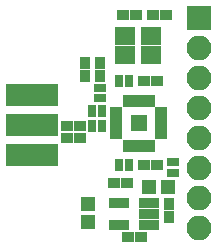
<source format=gts>
G04 #@! TF.FileFunction,Soldermask,Top*
%FSLAX46Y46*%
G04 Gerber Fmt 4.6, Leading zero omitted, Abs format (unit mm)*
G04 Created by KiCad (PCBNEW 4.0.6) date 12/04/17 01:24:33*
%MOMM*%
%LPD*%
G01*
G04 APERTURE LIST*
%ADD10C,0.100000*%
%ADD11R,0.900000X1.000000*%
%ADD12R,1.000000X0.900000*%
%ADD13R,2.100000X2.100000*%
%ADD14O,2.100000X2.100000*%
%ADD15R,0.800000X1.000000*%
%ADD16R,1.000000X0.800000*%
%ADD17R,1.670000X0.958800*%
%ADD18R,1.400000X1.400000*%
%ADD19R,0.700000X1.050000*%
%ADD20R,1.050000X0.700000*%
%ADD21R,1.800000X1.600000*%
%ADD22R,1.200000X1.200000*%
%ADD23R,1.150000X1.200000*%
%ADD24R,4.464000X1.924000*%
%ADD25C,1.162000*%
G04 APERTURE END LIST*
D10*
D11*
X182880000Y-124926000D03*
X182880000Y-126026000D03*
D12*
X178266000Y-123190000D03*
X179366000Y-123190000D03*
X179383600Y-127736600D03*
X180483600Y-127736600D03*
X181906000Y-114554000D03*
X180806000Y-114554000D03*
X180806000Y-121666000D03*
X181906000Y-121666000D03*
X182668000Y-108966000D03*
X181568000Y-108966000D03*
D11*
X175768000Y-114088000D03*
X175768000Y-112988000D03*
D12*
X179028000Y-108966000D03*
X180128000Y-108966000D03*
D11*
X177038000Y-114088000D03*
X177038000Y-112988000D03*
D12*
X174252800Y-118364000D03*
X175352800Y-118364000D03*
X174252800Y-119380000D03*
X175352800Y-119380000D03*
D13*
X185420000Y-109220000D03*
D14*
X185420000Y-111760000D03*
X185420000Y-114300000D03*
X185420000Y-116840000D03*
X185420000Y-119380000D03*
X185420000Y-121920000D03*
X185420000Y-124460000D03*
X185420000Y-127000000D03*
D15*
X177234000Y-117094000D03*
X176334000Y-117094000D03*
X177234000Y-118364000D03*
X176334000Y-118364000D03*
D16*
X177038000Y-115120000D03*
X177038000Y-116020000D03*
D15*
X178620000Y-121666000D03*
X179520000Y-121666000D03*
X178620000Y-114554000D03*
X179520000Y-114554000D03*
D17*
X181229000Y-126771400D03*
X181229000Y-125831600D03*
X181229000Y-124891800D03*
X178638200Y-124891800D03*
X178638200Y-126771400D03*
D18*
X180340000Y-118110000D03*
D19*
X179340000Y-120010000D03*
D20*
X178440000Y-119110000D03*
X178440000Y-118610000D03*
X178440000Y-118110000D03*
X178440000Y-117610000D03*
X178440000Y-117110000D03*
D19*
X179340000Y-116210000D03*
X179840000Y-116210000D03*
X180340000Y-116210000D03*
X180840000Y-116210000D03*
X181340000Y-116210000D03*
D20*
X182240000Y-117110000D03*
X182240000Y-117610000D03*
X182240000Y-118110000D03*
X182240000Y-118610000D03*
X182240000Y-119110000D03*
D19*
X179840000Y-120010000D03*
X180340000Y-120010000D03*
X180840000Y-120010000D03*
X181340000Y-120010000D03*
D21*
X179156000Y-110744000D03*
X179156000Y-112344000D03*
X181356000Y-112344000D03*
X181356000Y-110744000D03*
D22*
X182829100Y-123520200D03*
X181229100Y-123520200D03*
D16*
X183248300Y-121444600D03*
X183248300Y-122344600D03*
D23*
X176022000Y-124980000D03*
X176022000Y-126480000D03*
D24*
X171246800Y-118262400D03*
X171246800Y-115722400D03*
X171246800Y-120802400D03*
D25*
X172814800Y-116062400D03*
X172814800Y-115362400D03*
X171814800Y-116062400D03*
X170814800Y-116062400D03*
X170814800Y-115362400D03*
X171814800Y-115362400D03*
X172814800Y-120462400D03*
X171814800Y-120462400D03*
X170814800Y-120462400D03*
X170814800Y-121162400D03*
X171814800Y-121162400D03*
X172814800Y-121162400D03*
M02*

</source>
